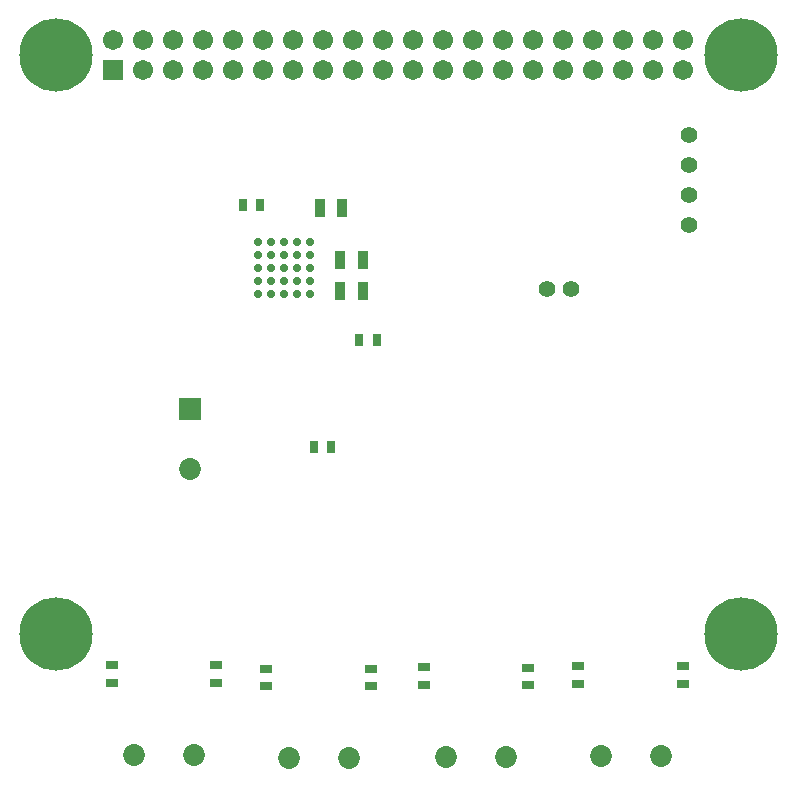
<source format=gbs>
G04*
G04 #@! TF.GenerationSoftware,Altium Limited,Altium Designer,19.1.8 (144)*
G04*
G04 Layer_Color=16711935*
%FSLAX25Y25*%
%MOIN*%
G70*
G01*
G75*
%ADD39R,0.02769X0.04343*%
%ADD40R,0.04343X0.02769*%
%ADD46R,0.03556X0.05918*%
%ADD58R,0.06706X0.06706*%
%ADD59C,0.06706*%
%ADD60C,0.05524*%
%ADD61C,0.07296*%
%ADD62R,0.07296X0.07296*%
%ADD63C,0.24422*%
%ADD64C,0.02769*%
D39*
X145079Y220079D02*
D03*
X139173D02*
D03*
X160299Y255716D02*
D03*
X154393D02*
D03*
X121457Y300787D02*
D03*
X115551D02*
D03*
D40*
X123446Y146277D02*
D03*
Y140371D02*
D03*
X262205Y147047D02*
D03*
Y141142D02*
D03*
X227383Y147064D02*
D03*
Y141158D02*
D03*
X210630Y146653D02*
D03*
Y140748D02*
D03*
X175808Y146670D02*
D03*
Y140765D02*
D03*
X158268Y146260D02*
D03*
Y140354D02*
D03*
X71871Y147458D02*
D03*
Y141552D02*
D03*
X106693Y147441D02*
D03*
Y141535D02*
D03*
D46*
X155575Y272252D02*
D03*
X148094D02*
D03*
X155575Y282488D02*
D03*
X148094D02*
D03*
X141204Y299811D02*
D03*
X148685D02*
D03*
D58*
X72331Y345709D02*
D03*
D59*
Y355709D02*
D03*
X82331Y345709D02*
D03*
Y355709D02*
D03*
X92331Y345709D02*
D03*
Y355709D02*
D03*
X102331Y345709D02*
D03*
Y355709D02*
D03*
X112331Y345709D02*
D03*
Y355709D02*
D03*
X122331Y345709D02*
D03*
Y355709D02*
D03*
X132331Y345709D02*
D03*
Y355709D02*
D03*
X142331Y345709D02*
D03*
Y355709D02*
D03*
X152331Y345709D02*
D03*
Y355709D02*
D03*
X162331Y345709D02*
D03*
Y355709D02*
D03*
X172331Y345709D02*
D03*
Y355709D02*
D03*
X182331Y345709D02*
D03*
Y355709D02*
D03*
X192331Y345709D02*
D03*
Y355709D02*
D03*
X202331Y345709D02*
D03*
Y355709D02*
D03*
X212331Y345709D02*
D03*
Y355709D02*
D03*
X222331Y345709D02*
D03*
Y355709D02*
D03*
X262331D02*
D03*
Y345709D02*
D03*
X252331Y355709D02*
D03*
Y345709D02*
D03*
X242331Y355709D02*
D03*
Y345709D02*
D03*
X232331Y355709D02*
D03*
Y345709D02*
D03*
D60*
X224803Y272835D02*
D03*
X216929D02*
D03*
X264173Y294173D02*
D03*
Y304173D02*
D03*
Y324173D02*
D03*
Y314173D02*
D03*
D61*
X234882Y117187D02*
D03*
X254882D02*
D03*
X99370Y117581D02*
D03*
X79370D02*
D03*
X130945Y116400D02*
D03*
X150945D02*
D03*
X203307Y116793D02*
D03*
X183307D02*
D03*
X98032Y212835D02*
D03*
D62*
Y232835D02*
D03*
D63*
X53158Y350709D02*
D03*
Y157795D02*
D03*
X281504Y350709D02*
D03*
Y157795D02*
D03*
D64*
X120732Y271071D02*
D03*
Y275402D02*
D03*
Y279732D02*
D03*
Y284063D02*
D03*
Y288394D02*
D03*
X125063Y271071D02*
D03*
Y275402D02*
D03*
Y279732D02*
D03*
Y284063D02*
D03*
Y288394D02*
D03*
X129393Y271071D02*
D03*
Y275402D02*
D03*
Y279732D02*
D03*
Y284063D02*
D03*
Y288394D02*
D03*
X133724Y271071D02*
D03*
Y275402D02*
D03*
Y279732D02*
D03*
Y284063D02*
D03*
Y288394D02*
D03*
X138055Y271071D02*
D03*
Y275402D02*
D03*
Y279732D02*
D03*
Y284063D02*
D03*
Y288394D02*
D03*
M02*

</source>
